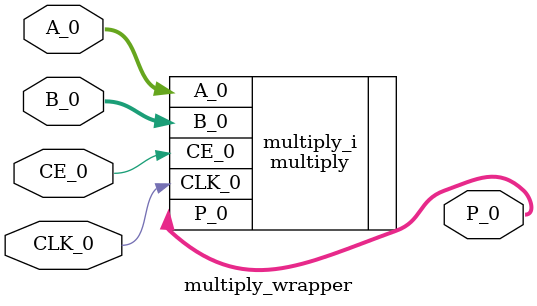
<source format=v>
`timescale 1 ps / 1 ps

module multiply_wrapper
   (A_0,
    B_0,
    CE_0,
    CLK_0,
    P_0);
  input [15:0]A_0;
  input [15:0]B_0;
  input CE_0;
  input CLK_0;
  output [31:0]P_0;

  wire [15:0]A_0;
  wire [15:0]B_0;
  wire CE_0;
  wire CLK_0;
  wire [31:0]P_0;

  multiply multiply_i
       (.A_0(A_0),
        .B_0(B_0),
        .CE_0(CE_0),
        .CLK_0(CLK_0),
        .P_0(P_0));
endmodule

</source>
